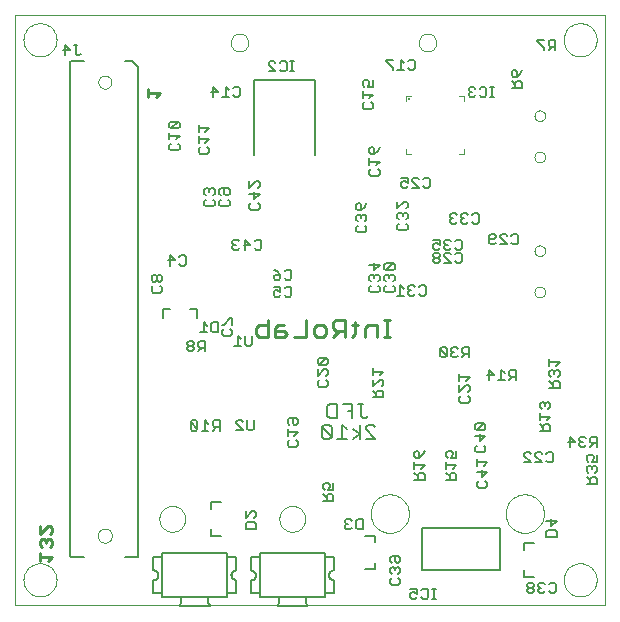
<source format=gbo>
G75*
G70*
%OFA0B0*%
%FSLAX24Y24*%
%IPPOS*%
%LPD*%
%AMOC8*
5,1,8,0,0,1.08239X$1,22.5*
%
%ADD10C,0.0000*%
%ADD11C,0.0080*%
%ADD12C,0.0110*%
%ADD13C,0.0050*%
%ADD14C,0.0118*%
%ADD15C,0.0040*%
%ADD16C,0.0060*%
%ADD17C,0.0100*%
%ADD18C,0.0079*%
D10*
X000655Y001320D02*
X000655Y021005D01*
X020340Y021005D01*
X020340Y001320D01*
X000655Y001320D01*
X000945Y002161D02*
X000947Y002208D01*
X000953Y002254D01*
X000963Y002300D01*
X000976Y002345D01*
X000994Y002388D01*
X001015Y002430D01*
X001039Y002470D01*
X001067Y002507D01*
X001098Y002542D01*
X001132Y002575D01*
X001168Y002604D01*
X001207Y002630D01*
X001248Y002653D01*
X001291Y002672D01*
X001335Y002688D01*
X001380Y002700D01*
X001426Y002708D01*
X001473Y002712D01*
X001519Y002712D01*
X001566Y002708D01*
X001612Y002700D01*
X001657Y002688D01*
X001701Y002672D01*
X001744Y002653D01*
X001785Y002630D01*
X001824Y002604D01*
X001860Y002575D01*
X001894Y002542D01*
X001925Y002507D01*
X001953Y002470D01*
X001977Y002430D01*
X001998Y002388D01*
X002016Y002345D01*
X002029Y002300D01*
X002039Y002254D01*
X002045Y002208D01*
X002047Y002161D01*
X002045Y002114D01*
X002039Y002068D01*
X002029Y002022D01*
X002016Y001977D01*
X001998Y001934D01*
X001977Y001892D01*
X001953Y001852D01*
X001925Y001815D01*
X001894Y001780D01*
X001860Y001747D01*
X001824Y001718D01*
X001785Y001692D01*
X001744Y001669D01*
X001701Y001650D01*
X001657Y001634D01*
X001612Y001622D01*
X001566Y001614D01*
X001519Y001610D01*
X001473Y001610D01*
X001426Y001614D01*
X001380Y001622D01*
X001335Y001634D01*
X001291Y001650D01*
X001248Y001669D01*
X001207Y001692D01*
X001168Y001718D01*
X001132Y001747D01*
X001098Y001780D01*
X001067Y001815D01*
X001039Y001852D01*
X001015Y001892D01*
X000994Y001934D01*
X000976Y001977D01*
X000963Y002022D01*
X000953Y002068D01*
X000947Y002114D01*
X000945Y002161D01*
X003419Y003636D02*
X003421Y003666D01*
X003427Y003696D01*
X003436Y003725D01*
X003449Y003752D01*
X003466Y003777D01*
X003485Y003800D01*
X003508Y003821D01*
X003533Y003838D01*
X003559Y003852D01*
X003588Y003862D01*
X003617Y003869D01*
X003647Y003872D01*
X003678Y003871D01*
X003708Y003866D01*
X003737Y003857D01*
X003764Y003845D01*
X003790Y003830D01*
X003814Y003811D01*
X003835Y003789D01*
X003853Y003765D01*
X003868Y003738D01*
X003879Y003710D01*
X003887Y003681D01*
X003891Y003651D01*
X003891Y003621D01*
X003887Y003591D01*
X003879Y003562D01*
X003868Y003534D01*
X003853Y003507D01*
X003835Y003483D01*
X003814Y003461D01*
X003790Y003442D01*
X003764Y003427D01*
X003737Y003415D01*
X003708Y003406D01*
X003678Y003401D01*
X003647Y003400D01*
X003617Y003403D01*
X003588Y003410D01*
X003559Y003420D01*
X003533Y003434D01*
X003508Y003451D01*
X003485Y003472D01*
X003466Y003495D01*
X003449Y003520D01*
X003436Y003547D01*
X003427Y003576D01*
X003421Y003606D01*
X003419Y003636D01*
X005472Y004198D02*
X005474Y004239D01*
X005480Y004280D01*
X005490Y004320D01*
X005503Y004359D01*
X005520Y004396D01*
X005541Y004432D01*
X005565Y004466D01*
X005592Y004497D01*
X005621Y004525D01*
X005654Y004551D01*
X005688Y004573D01*
X005725Y004592D01*
X005763Y004607D01*
X005803Y004619D01*
X005843Y004627D01*
X005884Y004631D01*
X005926Y004631D01*
X005967Y004627D01*
X006007Y004619D01*
X006047Y004607D01*
X006085Y004592D01*
X006121Y004573D01*
X006156Y004551D01*
X006189Y004525D01*
X006218Y004497D01*
X006245Y004466D01*
X006269Y004432D01*
X006290Y004396D01*
X006307Y004359D01*
X006320Y004320D01*
X006330Y004280D01*
X006336Y004239D01*
X006338Y004198D01*
X006336Y004157D01*
X006330Y004116D01*
X006320Y004076D01*
X006307Y004037D01*
X006290Y004000D01*
X006269Y003964D01*
X006245Y003930D01*
X006218Y003899D01*
X006189Y003871D01*
X006156Y003845D01*
X006122Y003823D01*
X006085Y003804D01*
X006047Y003789D01*
X006007Y003777D01*
X005967Y003769D01*
X005926Y003765D01*
X005884Y003765D01*
X005843Y003769D01*
X005803Y003777D01*
X005763Y003789D01*
X005725Y003804D01*
X005689Y003823D01*
X005654Y003845D01*
X005621Y003871D01*
X005592Y003899D01*
X005565Y003930D01*
X005541Y003964D01*
X005520Y004000D01*
X005503Y004037D01*
X005490Y004076D01*
X005480Y004116D01*
X005474Y004157D01*
X005472Y004198D01*
X009472Y004198D02*
X009474Y004239D01*
X009480Y004280D01*
X009490Y004320D01*
X009503Y004359D01*
X009520Y004396D01*
X009541Y004432D01*
X009565Y004466D01*
X009592Y004497D01*
X009621Y004525D01*
X009654Y004551D01*
X009688Y004573D01*
X009725Y004592D01*
X009763Y004607D01*
X009803Y004619D01*
X009843Y004627D01*
X009884Y004631D01*
X009926Y004631D01*
X009967Y004627D01*
X010007Y004619D01*
X010047Y004607D01*
X010085Y004592D01*
X010121Y004573D01*
X010156Y004551D01*
X010189Y004525D01*
X010218Y004497D01*
X010245Y004466D01*
X010269Y004432D01*
X010290Y004396D01*
X010307Y004359D01*
X010320Y004320D01*
X010330Y004280D01*
X010336Y004239D01*
X010338Y004198D01*
X010336Y004157D01*
X010330Y004116D01*
X010320Y004076D01*
X010307Y004037D01*
X010290Y004000D01*
X010269Y003964D01*
X010245Y003930D01*
X010218Y003899D01*
X010189Y003871D01*
X010156Y003845D01*
X010122Y003823D01*
X010085Y003804D01*
X010047Y003789D01*
X010007Y003777D01*
X009967Y003769D01*
X009926Y003765D01*
X009884Y003765D01*
X009843Y003769D01*
X009803Y003777D01*
X009763Y003789D01*
X009725Y003804D01*
X009689Y003823D01*
X009654Y003845D01*
X009621Y003871D01*
X009592Y003899D01*
X009565Y003930D01*
X009541Y003964D01*
X009520Y004000D01*
X009503Y004037D01*
X009490Y004076D01*
X009480Y004116D01*
X009474Y004157D01*
X009472Y004198D01*
X012515Y004370D02*
X012517Y004420D01*
X012523Y004470D01*
X012533Y004519D01*
X012546Y004568D01*
X012564Y004615D01*
X012585Y004661D01*
X012609Y004704D01*
X012637Y004746D01*
X012668Y004786D01*
X012702Y004823D01*
X012739Y004857D01*
X012779Y004888D01*
X012821Y004916D01*
X012864Y004940D01*
X012910Y004961D01*
X012957Y004979D01*
X013006Y004992D01*
X013055Y005002D01*
X013105Y005008D01*
X013155Y005010D01*
X013205Y005008D01*
X013255Y005002D01*
X013304Y004992D01*
X013353Y004979D01*
X013400Y004961D01*
X013446Y004940D01*
X013489Y004916D01*
X013531Y004888D01*
X013571Y004857D01*
X013608Y004823D01*
X013642Y004786D01*
X013673Y004746D01*
X013701Y004704D01*
X013725Y004661D01*
X013746Y004615D01*
X013764Y004568D01*
X013777Y004519D01*
X013787Y004470D01*
X013793Y004420D01*
X013795Y004370D01*
X013793Y004320D01*
X013787Y004270D01*
X013777Y004221D01*
X013764Y004172D01*
X013746Y004125D01*
X013725Y004079D01*
X013701Y004036D01*
X013673Y003994D01*
X013642Y003954D01*
X013608Y003917D01*
X013571Y003883D01*
X013531Y003852D01*
X013489Y003824D01*
X013446Y003800D01*
X013400Y003779D01*
X013353Y003761D01*
X013304Y003748D01*
X013255Y003738D01*
X013205Y003732D01*
X013155Y003730D01*
X013105Y003732D01*
X013055Y003738D01*
X013006Y003748D01*
X012957Y003761D01*
X012910Y003779D01*
X012864Y003800D01*
X012821Y003824D01*
X012779Y003852D01*
X012739Y003883D01*
X012702Y003917D01*
X012668Y003954D01*
X012637Y003994D01*
X012609Y004036D01*
X012585Y004079D01*
X012564Y004125D01*
X012546Y004172D01*
X012533Y004221D01*
X012523Y004270D01*
X012517Y004320D01*
X012515Y004370D01*
X017015Y004370D02*
X017017Y004420D01*
X017023Y004470D01*
X017033Y004519D01*
X017046Y004568D01*
X017064Y004615D01*
X017085Y004661D01*
X017109Y004704D01*
X017137Y004746D01*
X017168Y004786D01*
X017202Y004823D01*
X017239Y004857D01*
X017279Y004888D01*
X017321Y004916D01*
X017364Y004940D01*
X017410Y004961D01*
X017457Y004979D01*
X017506Y004992D01*
X017555Y005002D01*
X017605Y005008D01*
X017655Y005010D01*
X017705Y005008D01*
X017755Y005002D01*
X017804Y004992D01*
X017853Y004979D01*
X017900Y004961D01*
X017946Y004940D01*
X017989Y004916D01*
X018031Y004888D01*
X018071Y004857D01*
X018108Y004823D01*
X018142Y004786D01*
X018173Y004746D01*
X018201Y004704D01*
X018225Y004661D01*
X018246Y004615D01*
X018264Y004568D01*
X018277Y004519D01*
X018287Y004470D01*
X018293Y004420D01*
X018295Y004370D01*
X018293Y004320D01*
X018287Y004270D01*
X018277Y004221D01*
X018264Y004172D01*
X018246Y004125D01*
X018225Y004079D01*
X018201Y004036D01*
X018173Y003994D01*
X018142Y003954D01*
X018108Y003917D01*
X018071Y003883D01*
X018031Y003852D01*
X017989Y003824D01*
X017946Y003800D01*
X017900Y003779D01*
X017853Y003761D01*
X017804Y003748D01*
X017755Y003738D01*
X017705Y003732D01*
X017655Y003730D01*
X017605Y003732D01*
X017555Y003738D01*
X017506Y003748D01*
X017457Y003761D01*
X017410Y003779D01*
X017364Y003800D01*
X017321Y003824D01*
X017279Y003852D01*
X017239Y003883D01*
X017202Y003917D01*
X017168Y003954D01*
X017137Y003994D01*
X017109Y004036D01*
X017085Y004079D01*
X017064Y004125D01*
X017046Y004172D01*
X017033Y004221D01*
X017023Y004270D01*
X017017Y004320D01*
X017015Y004370D01*
X018949Y002161D02*
X018951Y002208D01*
X018957Y002254D01*
X018967Y002300D01*
X018980Y002345D01*
X018998Y002388D01*
X019019Y002430D01*
X019043Y002470D01*
X019071Y002507D01*
X019102Y002542D01*
X019136Y002575D01*
X019172Y002604D01*
X019211Y002630D01*
X019252Y002653D01*
X019295Y002672D01*
X019339Y002688D01*
X019384Y002700D01*
X019430Y002708D01*
X019477Y002712D01*
X019523Y002712D01*
X019570Y002708D01*
X019616Y002700D01*
X019661Y002688D01*
X019705Y002672D01*
X019748Y002653D01*
X019789Y002630D01*
X019828Y002604D01*
X019864Y002575D01*
X019898Y002542D01*
X019929Y002507D01*
X019957Y002470D01*
X019981Y002430D01*
X020002Y002388D01*
X020020Y002345D01*
X020033Y002300D01*
X020043Y002254D01*
X020049Y002208D01*
X020051Y002161D01*
X020049Y002114D01*
X020043Y002068D01*
X020033Y002022D01*
X020020Y001977D01*
X020002Y001934D01*
X019981Y001892D01*
X019957Y001852D01*
X019929Y001815D01*
X019898Y001780D01*
X019864Y001747D01*
X019828Y001718D01*
X019789Y001692D01*
X019748Y001669D01*
X019705Y001650D01*
X019661Y001634D01*
X019616Y001622D01*
X019570Y001614D01*
X019523Y001610D01*
X019477Y001610D01*
X019430Y001614D01*
X019384Y001622D01*
X019339Y001634D01*
X019295Y001650D01*
X019252Y001669D01*
X019211Y001692D01*
X019172Y001718D01*
X019136Y001747D01*
X019102Y001780D01*
X019071Y001815D01*
X019043Y001852D01*
X019019Y001892D01*
X018998Y001934D01*
X018980Y001977D01*
X018967Y002022D01*
X018957Y002068D01*
X018951Y002114D01*
X018949Y002161D01*
X017978Y011756D02*
X017980Y011782D01*
X017986Y011808D01*
X017996Y011833D01*
X018009Y011856D01*
X018025Y011876D01*
X018045Y011894D01*
X018067Y011909D01*
X018090Y011921D01*
X018116Y011929D01*
X018142Y011933D01*
X018168Y011933D01*
X018194Y011929D01*
X018220Y011921D01*
X018244Y011909D01*
X018265Y011894D01*
X018285Y011876D01*
X018301Y011856D01*
X018314Y011833D01*
X018324Y011808D01*
X018330Y011782D01*
X018332Y011756D01*
X018330Y011730D01*
X018324Y011704D01*
X018314Y011679D01*
X018301Y011656D01*
X018285Y011636D01*
X018265Y011618D01*
X018243Y011603D01*
X018220Y011591D01*
X018194Y011583D01*
X018168Y011579D01*
X018142Y011579D01*
X018116Y011583D01*
X018090Y011591D01*
X018066Y011603D01*
X018045Y011618D01*
X018025Y011636D01*
X018009Y011656D01*
X017996Y011679D01*
X017986Y011704D01*
X017980Y011730D01*
X017978Y011756D01*
X017978Y013134D02*
X017980Y013160D01*
X017986Y013186D01*
X017996Y013211D01*
X018009Y013234D01*
X018025Y013254D01*
X018045Y013272D01*
X018067Y013287D01*
X018090Y013299D01*
X018116Y013307D01*
X018142Y013311D01*
X018168Y013311D01*
X018194Y013307D01*
X018220Y013299D01*
X018244Y013287D01*
X018265Y013272D01*
X018285Y013254D01*
X018301Y013234D01*
X018314Y013211D01*
X018324Y013186D01*
X018330Y013160D01*
X018332Y013134D01*
X018330Y013108D01*
X018324Y013082D01*
X018314Y013057D01*
X018301Y013034D01*
X018285Y013014D01*
X018265Y012996D01*
X018243Y012981D01*
X018220Y012969D01*
X018194Y012961D01*
X018168Y012957D01*
X018142Y012957D01*
X018116Y012961D01*
X018090Y012969D01*
X018066Y012981D01*
X018045Y012996D01*
X018025Y013014D01*
X018009Y013034D01*
X017996Y013057D01*
X017986Y013082D01*
X017980Y013108D01*
X017978Y013134D01*
X017978Y016256D02*
X017980Y016282D01*
X017986Y016308D01*
X017996Y016333D01*
X018009Y016356D01*
X018025Y016376D01*
X018045Y016394D01*
X018067Y016409D01*
X018090Y016421D01*
X018116Y016429D01*
X018142Y016433D01*
X018168Y016433D01*
X018194Y016429D01*
X018220Y016421D01*
X018244Y016409D01*
X018265Y016394D01*
X018285Y016376D01*
X018301Y016356D01*
X018314Y016333D01*
X018324Y016308D01*
X018330Y016282D01*
X018332Y016256D01*
X018330Y016230D01*
X018324Y016204D01*
X018314Y016179D01*
X018301Y016156D01*
X018285Y016136D01*
X018265Y016118D01*
X018243Y016103D01*
X018220Y016091D01*
X018194Y016083D01*
X018168Y016079D01*
X018142Y016079D01*
X018116Y016083D01*
X018090Y016091D01*
X018066Y016103D01*
X018045Y016118D01*
X018025Y016136D01*
X018009Y016156D01*
X017996Y016179D01*
X017986Y016204D01*
X017980Y016230D01*
X017978Y016256D01*
X017978Y017634D02*
X017980Y017660D01*
X017986Y017686D01*
X017996Y017711D01*
X018009Y017734D01*
X018025Y017754D01*
X018045Y017772D01*
X018067Y017787D01*
X018090Y017799D01*
X018116Y017807D01*
X018142Y017811D01*
X018168Y017811D01*
X018194Y017807D01*
X018220Y017799D01*
X018244Y017787D01*
X018265Y017772D01*
X018285Y017754D01*
X018301Y017734D01*
X018314Y017711D01*
X018324Y017686D01*
X018330Y017660D01*
X018332Y017634D01*
X018330Y017608D01*
X018324Y017582D01*
X018314Y017557D01*
X018301Y017534D01*
X018285Y017514D01*
X018265Y017496D01*
X018243Y017481D01*
X018220Y017469D01*
X018194Y017461D01*
X018168Y017457D01*
X018142Y017457D01*
X018116Y017461D01*
X018090Y017469D01*
X018066Y017481D01*
X018045Y017496D01*
X018025Y017514D01*
X018009Y017534D01*
X017996Y017557D01*
X017986Y017582D01*
X017980Y017608D01*
X017978Y017634D01*
X018949Y020165D02*
X018951Y020212D01*
X018957Y020258D01*
X018967Y020304D01*
X018980Y020349D01*
X018998Y020392D01*
X019019Y020434D01*
X019043Y020474D01*
X019071Y020511D01*
X019102Y020546D01*
X019136Y020579D01*
X019172Y020608D01*
X019211Y020634D01*
X019252Y020657D01*
X019295Y020676D01*
X019339Y020692D01*
X019384Y020704D01*
X019430Y020712D01*
X019477Y020716D01*
X019523Y020716D01*
X019570Y020712D01*
X019616Y020704D01*
X019661Y020692D01*
X019705Y020676D01*
X019748Y020657D01*
X019789Y020634D01*
X019828Y020608D01*
X019864Y020579D01*
X019898Y020546D01*
X019929Y020511D01*
X019957Y020474D01*
X019981Y020434D01*
X020002Y020392D01*
X020020Y020349D01*
X020033Y020304D01*
X020043Y020258D01*
X020049Y020212D01*
X020051Y020165D01*
X020049Y020118D01*
X020043Y020072D01*
X020033Y020026D01*
X020020Y019981D01*
X020002Y019938D01*
X019981Y019896D01*
X019957Y019856D01*
X019929Y019819D01*
X019898Y019784D01*
X019864Y019751D01*
X019828Y019722D01*
X019789Y019696D01*
X019748Y019673D01*
X019705Y019654D01*
X019661Y019638D01*
X019616Y019626D01*
X019570Y019618D01*
X019523Y019614D01*
X019477Y019614D01*
X019430Y019618D01*
X019384Y019626D01*
X019339Y019638D01*
X019295Y019654D01*
X019252Y019673D01*
X019211Y019696D01*
X019172Y019722D01*
X019136Y019751D01*
X019102Y019784D01*
X019071Y019819D01*
X019043Y019856D01*
X019019Y019896D01*
X018998Y019938D01*
X018980Y019981D01*
X018967Y020026D01*
X018957Y020072D01*
X018951Y020118D01*
X018949Y020165D01*
X014119Y020073D02*
X014121Y020107D01*
X014127Y020141D01*
X014137Y020174D01*
X014150Y020205D01*
X014168Y020235D01*
X014188Y020263D01*
X014212Y020288D01*
X014238Y020310D01*
X014266Y020328D01*
X014297Y020344D01*
X014329Y020356D01*
X014363Y020364D01*
X014397Y020368D01*
X014431Y020368D01*
X014465Y020364D01*
X014499Y020356D01*
X014531Y020344D01*
X014561Y020328D01*
X014590Y020310D01*
X014616Y020288D01*
X014640Y020263D01*
X014660Y020235D01*
X014678Y020205D01*
X014691Y020174D01*
X014701Y020141D01*
X014707Y020107D01*
X014709Y020073D01*
X014707Y020039D01*
X014701Y020005D01*
X014691Y019972D01*
X014678Y019941D01*
X014660Y019911D01*
X014640Y019883D01*
X014616Y019858D01*
X014590Y019836D01*
X014562Y019818D01*
X014531Y019802D01*
X014499Y019790D01*
X014465Y019782D01*
X014431Y019778D01*
X014397Y019778D01*
X014363Y019782D01*
X014329Y019790D01*
X014297Y019802D01*
X014266Y019818D01*
X014238Y019836D01*
X014212Y019858D01*
X014188Y019883D01*
X014168Y019911D01*
X014150Y019941D01*
X014137Y019972D01*
X014127Y020005D01*
X014121Y020039D01*
X014119Y020073D01*
X007851Y020073D02*
X007853Y020107D01*
X007859Y020141D01*
X007869Y020174D01*
X007882Y020205D01*
X007900Y020235D01*
X007920Y020263D01*
X007944Y020288D01*
X007970Y020310D01*
X007998Y020328D01*
X008029Y020344D01*
X008061Y020356D01*
X008095Y020364D01*
X008129Y020368D01*
X008163Y020368D01*
X008197Y020364D01*
X008231Y020356D01*
X008263Y020344D01*
X008293Y020328D01*
X008322Y020310D01*
X008348Y020288D01*
X008372Y020263D01*
X008392Y020235D01*
X008410Y020205D01*
X008423Y020174D01*
X008433Y020141D01*
X008439Y020107D01*
X008441Y020073D01*
X008439Y020039D01*
X008433Y020005D01*
X008423Y019972D01*
X008410Y019941D01*
X008392Y019911D01*
X008372Y019883D01*
X008348Y019858D01*
X008322Y019836D01*
X008294Y019818D01*
X008263Y019802D01*
X008231Y019790D01*
X008197Y019782D01*
X008163Y019778D01*
X008129Y019778D01*
X008095Y019782D01*
X008061Y019790D01*
X008029Y019802D01*
X007998Y019818D01*
X007970Y019836D01*
X007944Y019858D01*
X007920Y019883D01*
X007900Y019911D01*
X007882Y019941D01*
X007869Y019972D01*
X007859Y020005D01*
X007853Y020039D01*
X007851Y020073D01*
X003438Y018754D02*
X003440Y018783D01*
X003446Y018811D01*
X003455Y018839D01*
X003468Y018865D01*
X003485Y018888D01*
X003504Y018910D01*
X003526Y018929D01*
X003551Y018944D01*
X003577Y018957D01*
X003605Y018965D01*
X003633Y018970D01*
X003662Y018971D01*
X003691Y018968D01*
X003719Y018961D01*
X003746Y018951D01*
X003772Y018937D01*
X003795Y018920D01*
X003816Y018900D01*
X003834Y018877D01*
X003849Y018852D01*
X003860Y018825D01*
X003868Y018797D01*
X003872Y018768D01*
X003872Y018740D01*
X003868Y018711D01*
X003860Y018683D01*
X003849Y018656D01*
X003834Y018631D01*
X003816Y018608D01*
X003795Y018588D01*
X003772Y018571D01*
X003746Y018557D01*
X003719Y018547D01*
X003691Y018540D01*
X003662Y018537D01*
X003633Y018538D01*
X003605Y018543D01*
X003577Y018551D01*
X003551Y018564D01*
X003526Y018579D01*
X003504Y018598D01*
X003485Y018620D01*
X003468Y018643D01*
X003455Y018669D01*
X003446Y018697D01*
X003440Y018725D01*
X003438Y018754D01*
X000945Y020165D02*
X000947Y020212D01*
X000953Y020258D01*
X000963Y020304D01*
X000976Y020349D01*
X000994Y020392D01*
X001015Y020434D01*
X001039Y020474D01*
X001067Y020511D01*
X001098Y020546D01*
X001132Y020579D01*
X001168Y020608D01*
X001207Y020634D01*
X001248Y020657D01*
X001291Y020676D01*
X001335Y020692D01*
X001380Y020704D01*
X001426Y020712D01*
X001473Y020716D01*
X001519Y020716D01*
X001566Y020712D01*
X001612Y020704D01*
X001657Y020692D01*
X001701Y020676D01*
X001744Y020657D01*
X001785Y020634D01*
X001824Y020608D01*
X001860Y020579D01*
X001894Y020546D01*
X001925Y020511D01*
X001953Y020474D01*
X001977Y020434D01*
X001998Y020392D01*
X002016Y020349D01*
X002029Y020304D01*
X002039Y020258D01*
X002045Y020212D01*
X002047Y020165D01*
X002045Y020118D01*
X002039Y020072D01*
X002029Y020026D01*
X002016Y019981D01*
X001998Y019938D01*
X001977Y019896D01*
X001953Y019856D01*
X001925Y019819D01*
X001894Y019784D01*
X001860Y019751D01*
X001824Y019722D01*
X001785Y019696D01*
X001744Y019673D01*
X001701Y019654D01*
X001657Y019638D01*
X001612Y019626D01*
X001566Y019618D01*
X001519Y019614D01*
X001473Y019614D01*
X001426Y019618D01*
X001380Y019626D01*
X001335Y019638D01*
X001291Y019654D01*
X001248Y019673D01*
X001207Y019696D01*
X001168Y019722D01*
X001132Y019751D01*
X001098Y019784D01*
X001067Y019819D01*
X001039Y019856D01*
X001015Y019896D01*
X000994Y019938D01*
X000976Y019981D01*
X000963Y020026D01*
X000953Y020072D01*
X000947Y020118D01*
X000945Y020165D01*
D11*
X002513Y019463D02*
X002966Y019463D01*
X002506Y019443D02*
X002506Y002947D01*
X002513Y002928D02*
X002966Y002928D01*
X004344Y002928D02*
X004757Y002928D01*
X004765Y002947D02*
X004765Y019246D01*
X004561Y019463D02*
X004344Y019463D01*
X008631Y018810D02*
X008631Y016330D01*
X010679Y016330D02*
X010679Y018810D01*
X008631Y018810D01*
X011156Y008028D02*
X011396Y008028D01*
X011396Y007548D01*
X011156Y007548D01*
X011076Y007628D01*
X011076Y007948D01*
X011156Y008028D01*
X011592Y008028D02*
X011912Y008028D01*
X011912Y007548D01*
X011912Y007788D02*
X011752Y007788D01*
X012107Y008028D02*
X012268Y008028D01*
X012187Y008028D02*
X012187Y007628D01*
X012268Y007548D01*
X012348Y007548D01*
X012428Y007628D01*
X012437Y007341D02*
X012598Y007341D01*
X012678Y007261D01*
X012437Y007341D02*
X012357Y007261D01*
X012357Y007181D01*
X012678Y006860D01*
X012357Y006860D01*
X012162Y006860D02*
X012162Y007341D01*
X011922Y007181D02*
X012162Y007020D01*
X011922Y006860D01*
X011732Y006860D02*
X011412Y006860D01*
X011572Y006860D02*
X011572Y007341D01*
X011732Y007181D01*
X011217Y007261D02*
X011217Y006940D01*
X010896Y007261D01*
X010896Y006940D01*
X010976Y006860D01*
X011137Y006860D01*
X011217Y006940D01*
X011217Y007261D02*
X011137Y007341D01*
X010976Y007341D01*
X010896Y007261D01*
X014240Y003895D02*
X014240Y002495D01*
X016820Y002495D01*
X016820Y003895D01*
X014240Y003895D01*
D12*
X013163Y010250D02*
X012966Y010250D01*
X013064Y010250D02*
X013064Y010841D01*
X012966Y010841D02*
X013163Y010841D01*
X012733Y010644D02*
X012733Y010250D01*
X012733Y010644D02*
X012438Y010644D01*
X012339Y010546D01*
X012339Y010250D01*
X012088Y010644D02*
X011892Y010644D01*
X011990Y010742D02*
X011990Y010349D01*
X011892Y010250D01*
X011659Y010250D02*
X011659Y010841D01*
X011364Y010841D01*
X011265Y010742D01*
X011265Y010546D01*
X011364Y010447D01*
X011659Y010447D01*
X011462Y010447D02*
X011265Y010250D01*
X011014Y010349D02*
X011014Y010546D01*
X010916Y010644D01*
X010719Y010644D01*
X010621Y010546D01*
X010621Y010349D01*
X010719Y010250D01*
X010916Y010250D01*
X011014Y010349D01*
X010370Y010250D02*
X009976Y010250D01*
X009725Y010349D02*
X009627Y010447D01*
X009331Y010447D01*
X009331Y010546D02*
X009331Y010250D01*
X009627Y010250D01*
X009725Y010349D01*
X009627Y010644D02*
X009430Y010644D01*
X009331Y010546D01*
X009081Y010644D02*
X008785Y010644D01*
X008687Y010546D01*
X008687Y010349D01*
X008785Y010250D01*
X009081Y010250D01*
X009081Y010841D01*
X010370Y010841D02*
X010370Y010250D01*
D13*
X009905Y003049D02*
X008822Y003049D01*
X008822Y002911D01*
X008822Y001730D01*
X008822Y001592D01*
X009905Y001592D01*
X010988Y001592D01*
X010988Y001730D01*
X011283Y001730D01*
X011283Y002163D01*
X011260Y002165D01*
X011237Y002170D01*
X011215Y002179D01*
X011195Y002190D01*
X011176Y002205D01*
X011160Y002222D01*
X011147Y002241D01*
X011137Y002263D01*
X011130Y002285D01*
X011126Y002308D01*
X011126Y002332D01*
X011130Y002355D01*
X011137Y002377D01*
X011147Y002398D01*
X011160Y002418D01*
X011176Y002435D01*
X011195Y002450D01*
X011215Y002461D01*
X011237Y002470D01*
X011260Y002475D01*
X011283Y002477D01*
X011283Y002478D02*
X011283Y002911D01*
X010988Y002911D01*
X010988Y003049D01*
X009905Y003049D01*
X008822Y002911D02*
X008527Y002911D01*
X008527Y002478D01*
X008527Y002477D02*
X008552Y002475D01*
X008576Y002470D01*
X008599Y002460D01*
X008621Y002448D01*
X008641Y002432D01*
X008658Y002414D01*
X008672Y002393D01*
X008682Y002371D01*
X008690Y002347D01*
X008694Y002322D01*
X008694Y002298D01*
X008690Y002273D01*
X008682Y002249D01*
X008672Y002226D01*
X008658Y002206D01*
X008641Y002188D01*
X008621Y002172D01*
X008599Y002160D01*
X008576Y002150D01*
X008552Y002145D01*
X008527Y002143D01*
X008527Y001730D01*
X008822Y001730D01*
X009452Y001592D02*
X009452Y001395D01*
X009413Y001316D01*
X009413Y001277D01*
X010397Y001277D01*
X010397Y001316D01*
X010358Y001395D01*
X010358Y001592D01*
X009905Y001592D01*
X009452Y001592D01*
X008033Y001730D02*
X007738Y001730D01*
X007738Y001592D01*
X006655Y001592D01*
X005572Y001592D01*
X005572Y001730D01*
X005277Y001730D01*
X005277Y002143D01*
X005302Y002145D01*
X005326Y002150D01*
X005349Y002160D01*
X005371Y002172D01*
X005391Y002188D01*
X005408Y002206D01*
X005422Y002226D01*
X005432Y002249D01*
X005440Y002273D01*
X005444Y002298D01*
X005444Y002322D01*
X005440Y002347D01*
X005432Y002371D01*
X005422Y002393D01*
X005408Y002414D01*
X005391Y002432D01*
X005371Y002448D01*
X005349Y002460D01*
X005326Y002470D01*
X005302Y002475D01*
X005277Y002477D01*
X005277Y002478D02*
X005277Y002911D01*
X005572Y002911D01*
X005572Y003049D01*
X006655Y003049D01*
X007738Y003049D01*
X007738Y002911D01*
X007738Y001730D01*
X008033Y001730D02*
X008033Y002163D01*
X008010Y002165D01*
X007987Y002170D01*
X007965Y002179D01*
X007945Y002190D01*
X007926Y002205D01*
X007910Y002222D01*
X007897Y002241D01*
X007887Y002263D01*
X007880Y002285D01*
X007876Y002308D01*
X007876Y002332D01*
X007880Y002355D01*
X007887Y002377D01*
X007897Y002398D01*
X007910Y002418D01*
X007926Y002435D01*
X007945Y002450D01*
X007965Y002461D01*
X007987Y002470D01*
X008010Y002475D01*
X008033Y002477D01*
X008033Y002478D02*
X008033Y002911D01*
X007738Y002911D01*
X007108Y001592D02*
X006655Y001592D01*
X006202Y001592D01*
X006202Y001395D01*
X006163Y001316D01*
X006163Y001277D01*
X007147Y001277D01*
X007147Y001316D01*
X007108Y001395D01*
X007108Y001592D01*
X005572Y001730D02*
X005572Y002911D01*
X010988Y002911D02*
X010988Y001730D01*
D14*
X013799Y018177D03*
D15*
X013848Y018285D02*
X013691Y018285D01*
X013691Y018127D01*
X013691Y016513D02*
X013691Y016356D01*
X013848Y016356D01*
X015462Y016356D02*
X015620Y016356D01*
X015620Y016513D01*
X015620Y018127D02*
X015620Y018285D01*
X015462Y018285D01*
D16*
X015781Y018311D02*
X015781Y018368D01*
X015837Y018425D01*
X015894Y018425D01*
X015837Y018425D02*
X015781Y018482D01*
X015781Y018538D01*
X015837Y018595D01*
X015951Y018595D01*
X016007Y018538D01*
X016149Y018538D02*
X016206Y018595D01*
X016319Y018595D01*
X016376Y018538D01*
X016376Y018311D01*
X016319Y018255D01*
X016206Y018255D01*
X016149Y018311D01*
X016007Y018311D02*
X015951Y018255D01*
X015837Y018255D01*
X015781Y018311D01*
X016508Y018255D02*
X016621Y018255D01*
X016564Y018255D02*
X016564Y018595D01*
X016508Y018595D02*
X016621Y018595D01*
X017223Y018551D02*
X017563Y018551D01*
X017563Y018721D01*
X017506Y018778D01*
X017393Y018778D01*
X017336Y018721D01*
X017336Y018551D01*
X017336Y018665D02*
X017223Y018778D01*
X017279Y018920D02*
X017223Y018976D01*
X017223Y019090D01*
X017279Y019146D01*
X017336Y019146D01*
X017393Y019090D01*
X017393Y018920D01*
X017279Y018920D01*
X017393Y018920D02*
X017506Y019033D01*
X017563Y019146D01*
X018306Y019825D02*
X018306Y019882D01*
X018079Y020109D01*
X018079Y020166D01*
X018306Y020166D01*
X018447Y020109D02*
X018447Y019995D01*
X018504Y019939D01*
X018674Y019939D01*
X018561Y019939D02*
X018447Y019825D01*
X018674Y019825D02*
X018674Y020166D01*
X018504Y020166D01*
X018447Y020109D01*
X014443Y015566D02*
X014500Y015509D01*
X014500Y015282D01*
X014443Y015225D01*
X014330Y015225D01*
X014273Y015282D01*
X014132Y015225D02*
X013905Y015452D01*
X013905Y015509D01*
X013962Y015566D01*
X014075Y015566D01*
X014132Y015509D01*
X014273Y015509D02*
X014330Y015566D01*
X014443Y015566D01*
X014132Y015225D02*
X013905Y015225D01*
X013764Y015282D02*
X013707Y015225D01*
X013593Y015225D01*
X013537Y015282D01*
X013537Y015395D01*
X013593Y015452D01*
X013650Y015452D01*
X013764Y015395D01*
X013764Y015566D01*
X013537Y015566D01*
X013637Y014771D02*
X013694Y014771D01*
X013750Y014715D01*
X013750Y014601D01*
X013694Y014545D01*
X013694Y014403D02*
X013637Y014403D01*
X013580Y014346D01*
X013524Y014403D01*
X013467Y014403D01*
X013410Y014346D01*
X013410Y014233D01*
X013467Y014176D01*
X013467Y014035D02*
X013410Y013978D01*
X013410Y013865D01*
X013467Y013808D01*
X013694Y013808D01*
X013750Y013865D01*
X013750Y013978D01*
X013694Y014035D01*
X013694Y014176D02*
X013750Y014233D01*
X013750Y014346D01*
X013694Y014403D01*
X013580Y014346D02*
X013580Y014290D01*
X013410Y014545D02*
X013637Y014771D01*
X013410Y014771D02*
X013410Y014545D01*
X012756Y015620D02*
X012529Y015620D01*
X012473Y015677D01*
X012473Y015791D01*
X012529Y015847D01*
X012473Y015989D02*
X012473Y016216D01*
X012473Y016102D02*
X012813Y016102D01*
X012699Y015989D01*
X012756Y015847D02*
X012813Y015791D01*
X012813Y015677D01*
X012756Y015620D01*
X012643Y016357D02*
X012643Y016527D01*
X012586Y016584D01*
X012529Y016584D01*
X012473Y016527D01*
X012473Y016414D01*
X012529Y016357D01*
X012643Y016357D01*
X012756Y016470D01*
X012813Y016584D01*
X012531Y017850D02*
X012304Y017850D01*
X012248Y017907D01*
X012248Y018020D01*
X012304Y018077D01*
X012248Y018219D02*
X012248Y018445D01*
X012248Y018332D02*
X012588Y018332D01*
X012474Y018219D01*
X012531Y018077D02*
X012588Y018020D01*
X012588Y017907D01*
X012531Y017850D01*
X012588Y018587D02*
X012418Y018587D01*
X012474Y018700D01*
X012474Y018757D01*
X012418Y018814D01*
X012304Y018814D01*
X012248Y018757D01*
X012248Y018644D01*
X012304Y018587D01*
X012588Y018587D02*
X012588Y018814D01*
X013037Y019446D02*
X013264Y019219D01*
X013264Y019163D01*
X013405Y019163D02*
X013632Y019163D01*
X013518Y019163D02*
X013518Y019503D01*
X013632Y019390D01*
X013773Y019446D02*
X013830Y019503D01*
X013943Y019503D01*
X014000Y019446D01*
X014000Y019219D01*
X013943Y019163D01*
X013830Y019163D01*
X013773Y019219D01*
X013264Y019503D02*
X013037Y019503D01*
X013037Y019446D01*
X009959Y019453D02*
X009845Y019453D01*
X009902Y019453D02*
X009902Y019113D01*
X009959Y019113D02*
X009845Y019113D01*
X009713Y019169D02*
X009656Y019113D01*
X009543Y019113D01*
X009486Y019169D01*
X009345Y019113D02*
X009118Y019340D01*
X009118Y019396D01*
X009175Y019453D01*
X009288Y019453D01*
X009345Y019396D01*
X009486Y019396D02*
X009543Y019453D01*
X009656Y019453D01*
X009713Y019396D01*
X009713Y019169D01*
X009345Y019113D02*
X009118Y019113D01*
X008168Y018546D02*
X008168Y018320D01*
X008111Y018263D01*
X007997Y018263D01*
X007941Y018320D01*
X007799Y018263D02*
X007572Y018263D01*
X007686Y018263D02*
X007686Y018603D01*
X007799Y018490D01*
X007941Y018546D02*
X007997Y018603D01*
X008111Y018603D01*
X008168Y018546D01*
X007431Y018433D02*
X007204Y018433D01*
X007261Y018263D02*
X007261Y018603D01*
X007431Y018433D01*
X007125Y017220D02*
X006785Y017220D01*
X006785Y017107D02*
X006785Y017334D01*
X007012Y017107D02*
X007125Y017220D01*
X006785Y016966D02*
X006785Y016739D01*
X006785Y016852D02*
X007125Y016852D01*
X007012Y016739D01*
X007069Y016597D02*
X007125Y016541D01*
X007125Y016427D01*
X007069Y016370D01*
X006842Y016370D01*
X006785Y016427D01*
X006785Y016541D01*
X006842Y016597D01*
X006150Y016645D02*
X006150Y016532D01*
X006094Y016475D01*
X005867Y016475D01*
X005810Y016532D01*
X005810Y016645D01*
X005867Y016702D01*
X005810Y016844D02*
X005810Y017071D01*
X005810Y016957D02*
X006150Y016957D01*
X006037Y016844D01*
X006094Y016702D02*
X006150Y016645D01*
X006094Y017212D02*
X005867Y017212D01*
X006094Y017439D01*
X005867Y017439D01*
X005810Y017382D01*
X005810Y017269D01*
X005867Y017212D01*
X006094Y017212D02*
X006150Y017269D01*
X006150Y017382D01*
X006094Y017439D01*
X007029Y015209D02*
X006973Y015152D01*
X006973Y015039D01*
X007029Y014982D01*
X007029Y014841D02*
X006973Y014784D01*
X006973Y014670D01*
X007029Y014614D01*
X007256Y014614D01*
X007313Y014670D01*
X007313Y014784D01*
X007256Y014841D01*
X007256Y014982D02*
X007313Y015039D01*
X007313Y015152D01*
X007256Y015209D01*
X007199Y015209D01*
X007143Y015152D01*
X007086Y015209D01*
X007029Y015209D01*
X007143Y015152D02*
X007143Y015095D01*
X007473Y015039D02*
X007529Y014982D01*
X007473Y015039D02*
X007473Y015152D01*
X007529Y015209D01*
X007756Y015209D01*
X007813Y015152D01*
X007813Y015039D01*
X007756Y014982D01*
X007699Y014982D01*
X007643Y015039D01*
X007643Y015209D01*
X007756Y014841D02*
X007813Y014784D01*
X007813Y014670D01*
X007756Y014614D01*
X007529Y014614D01*
X007473Y014670D01*
X007473Y014784D01*
X007529Y014841D01*
X008473Y014666D02*
X008529Y014722D01*
X008473Y014666D02*
X008473Y014552D01*
X008529Y014495D01*
X008756Y014495D01*
X008813Y014552D01*
X008813Y014666D01*
X008756Y014722D01*
X008643Y014864D02*
X008643Y015091D01*
X008473Y015034D02*
X008813Y015034D01*
X008643Y014864D01*
X008756Y015232D02*
X008813Y015289D01*
X008813Y015402D01*
X008756Y015459D01*
X008699Y015459D01*
X008473Y015232D01*
X008473Y015459D01*
X008337Y013503D02*
X008507Y013333D01*
X008280Y013333D01*
X008337Y013163D02*
X008337Y013503D01*
X008139Y013446D02*
X008082Y013503D01*
X007968Y013503D01*
X007912Y013446D01*
X007912Y013390D01*
X007968Y013333D01*
X007912Y013276D01*
X007912Y013220D01*
X007968Y013163D01*
X008082Y013163D01*
X008139Y013220D01*
X008025Y013333D02*
X007968Y013333D01*
X008648Y013220D02*
X008705Y013163D01*
X008818Y013163D01*
X008875Y013220D01*
X008875Y013446D01*
X008818Y013503D01*
X008705Y013503D01*
X008648Y013446D01*
X009280Y012503D02*
X009393Y012446D01*
X009507Y012333D01*
X009337Y012333D01*
X009280Y012276D01*
X009280Y012219D01*
X009337Y012163D01*
X009450Y012163D01*
X009507Y012219D01*
X009507Y012333D01*
X009648Y012446D02*
X009705Y012503D01*
X009818Y012503D01*
X009875Y012446D01*
X009875Y012219D01*
X009818Y012163D01*
X009705Y012163D01*
X009648Y012219D01*
X009705Y011941D02*
X009818Y011941D01*
X009875Y011884D01*
X009875Y011657D01*
X009818Y011600D01*
X009705Y011600D01*
X009648Y011657D01*
X009507Y011657D02*
X009450Y011600D01*
X009337Y011600D01*
X009280Y011657D01*
X009280Y011770D01*
X009337Y011827D01*
X009393Y011827D01*
X009507Y011770D01*
X009507Y011941D01*
X009280Y011941D01*
X009648Y011884D02*
X009705Y011941D01*
X008563Y010303D02*
X008563Y010019D01*
X008506Y009963D01*
X008392Y009963D01*
X008336Y010019D01*
X008336Y010303D01*
X008194Y010190D02*
X008081Y010303D01*
X008081Y009963D01*
X008194Y009963D02*
X007967Y009963D01*
X007844Y010288D02*
X007617Y010288D01*
X007560Y010345D01*
X007560Y010458D01*
X007617Y010515D01*
X007617Y010656D02*
X007560Y010656D01*
X007617Y010656D02*
X007844Y010883D01*
X007900Y010883D01*
X007900Y010656D01*
X007844Y010515D02*
X007900Y010458D01*
X007900Y010345D01*
X007844Y010288D01*
X007438Y010413D02*
X007438Y010753D01*
X007267Y010753D01*
X007211Y010696D01*
X007211Y010470D01*
X007267Y010413D01*
X007438Y010413D01*
X007069Y010413D02*
X006842Y010413D01*
X006956Y010413D02*
X006956Y010753D01*
X007069Y010640D01*
X006715Y010885D02*
X006715Y011205D01*
X006495Y011205D01*
X005815Y011205D02*
X005595Y011205D01*
X005595Y010885D01*
X005506Y011739D02*
X005279Y011739D01*
X005223Y011795D01*
X005223Y011909D01*
X005279Y011966D01*
X005279Y012107D02*
X005336Y012107D01*
X005393Y012164D01*
X005393Y012277D01*
X005336Y012334D01*
X005279Y012334D01*
X005223Y012277D01*
X005223Y012164D01*
X005279Y012107D01*
X005393Y012164D02*
X005449Y012107D01*
X005506Y012107D01*
X005563Y012164D01*
X005563Y012277D01*
X005506Y012334D01*
X005449Y012334D01*
X005393Y012277D01*
X005506Y011966D02*
X005563Y011909D01*
X005563Y011795D01*
X005506Y011739D01*
X005823Y012638D02*
X005823Y012978D01*
X005993Y012808D01*
X005767Y012808D01*
X006135Y012921D02*
X006192Y012978D01*
X006305Y012978D01*
X006362Y012921D01*
X006362Y012695D01*
X006305Y012638D01*
X006192Y012638D01*
X006135Y012695D01*
X006462Y010128D02*
X006405Y010071D01*
X006405Y010015D01*
X006462Y009958D01*
X006575Y009958D01*
X006632Y010015D01*
X006632Y010071D01*
X006575Y010128D01*
X006462Y010128D01*
X006462Y009958D02*
X006405Y009901D01*
X006405Y009844D01*
X006462Y009788D01*
X006575Y009788D01*
X006632Y009844D01*
X006632Y009901D01*
X006575Y009958D01*
X006773Y009958D02*
X006773Y010071D01*
X006830Y010128D01*
X007000Y010128D01*
X007000Y009788D01*
X007000Y009901D02*
X006830Y009901D01*
X006773Y009958D01*
X006887Y009901D02*
X006773Y009788D01*
X006687Y007478D02*
X006573Y007478D01*
X006517Y007421D01*
X006743Y007195D01*
X006687Y007138D01*
X006573Y007138D01*
X006517Y007195D01*
X006517Y007421D01*
X006687Y007478D02*
X006743Y007421D01*
X006743Y007195D01*
X006885Y007138D02*
X007112Y007138D01*
X006998Y007138D02*
X006998Y007478D01*
X007112Y007365D01*
X007253Y007421D02*
X007253Y007308D01*
X007310Y007251D01*
X007480Y007251D01*
X007480Y007138D02*
X007480Y007478D01*
X007310Y007478D01*
X007253Y007421D01*
X007367Y007251D02*
X007253Y007138D01*
X008030Y007150D02*
X008257Y007150D01*
X008030Y007377D01*
X008030Y007434D01*
X008087Y007491D01*
X008200Y007491D01*
X008257Y007434D01*
X008398Y007491D02*
X008398Y007207D01*
X008455Y007150D01*
X008568Y007150D01*
X008625Y007207D01*
X008625Y007491D01*
X009748Y007507D02*
X009804Y007564D01*
X010031Y007564D01*
X010088Y007507D01*
X010088Y007394D01*
X010031Y007337D01*
X009974Y007337D01*
X009918Y007394D01*
X009918Y007564D01*
X009748Y007507D02*
X009748Y007394D01*
X009804Y007337D01*
X009748Y007195D02*
X009748Y006969D01*
X009748Y007082D02*
X010088Y007082D01*
X009974Y006969D01*
X010031Y006827D02*
X010088Y006770D01*
X010088Y006657D01*
X010031Y006600D01*
X009804Y006600D01*
X009748Y006657D01*
X009748Y006770D01*
X009804Y006827D01*
X010992Y005383D02*
X010935Y005326D01*
X010935Y005213D01*
X010992Y005156D01*
X011105Y005156D02*
X011162Y005270D01*
X011162Y005326D01*
X011105Y005383D01*
X010992Y005383D01*
X011105Y005156D02*
X011275Y005156D01*
X011275Y005383D01*
X011219Y005015D02*
X011105Y005015D01*
X011049Y004958D01*
X011049Y004788D01*
X011049Y004901D02*
X010935Y005015D01*
X010935Y004788D02*
X011275Y004788D01*
X011275Y004958D01*
X011219Y005015D01*
X011712Y004191D02*
X011655Y004134D01*
X011655Y004077D01*
X011712Y004020D01*
X011655Y003964D01*
X011655Y003907D01*
X011712Y003850D01*
X011825Y003850D01*
X011882Y003907D01*
X012023Y003907D02*
X012023Y004134D01*
X012080Y004191D01*
X012250Y004191D01*
X012250Y003850D01*
X012080Y003850D01*
X012023Y003907D01*
X011882Y004134D02*
X011825Y004191D01*
X011712Y004191D01*
X011712Y004020D02*
X011768Y004020D01*
X012345Y003630D02*
X012665Y003630D01*
X012665Y003410D01*
X013160Y002902D02*
X013217Y002959D01*
X013444Y002959D01*
X013500Y002902D01*
X013500Y002789D01*
X013444Y002732D01*
X013387Y002732D01*
X013330Y002789D01*
X013330Y002959D01*
X013160Y002902D02*
X013160Y002789D01*
X013217Y002732D01*
X013217Y002591D02*
X013160Y002534D01*
X013160Y002420D01*
X013217Y002364D01*
X013217Y002222D02*
X013160Y002166D01*
X013160Y002052D01*
X013217Y001995D01*
X013444Y001995D01*
X013500Y002052D01*
X013500Y002166D01*
X013444Y002222D01*
X013444Y002364D02*
X013500Y002420D01*
X013500Y002534D01*
X013444Y002591D01*
X013387Y002591D01*
X013330Y002534D01*
X013274Y002591D01*
X013217Y002591D01*
X013330Y002534D02*
X013330Y002477D01*
X012665Y002510D02*
X012665Y002730D01*
X012665Y002510D02*
X012345Y002510D01*
X013842Y001871D02*
X014068Y001871D01*
X014068Y001700D01*
X013955Y001757D01*
X013898Y001757D01*
X013842Y001700D01*
X013842Y001587D01*
X013898Y001530D01*
X014012Y001530D01*
X014068Y001587D01*
X014210Y001587D02*
X014267Y001530D01*
X014380Y001530D01*
X014437Y001587D01*
X014437Y001814D01*
X014380Y001871D01*
X014267Y001871D01*
X014210Y001814D01*
X014569Y001871D02*
X014682Y001871D01*
X014626Y001871D02*
X014626Y001530D01*
X014682Y001530D02*
X014569Y001530D01*
X017645Y002260D02*
X017645Y002480D01*
X017645Y002260D02*
X017965Y002260D01*
X017894Y002066D02*
X017781Y002066D01*
X017724Y002009D01*
X017724Y001952D01*
X017781Y001895D01*
X017894Y001895D01*
X017951Y001952D01*
X017951Y002009D01*
X017894Y002066D01*
X017894Y001895D02*
X017951Y001839D01*
X017951Y001782D01*
X017894Y001725D01*
X017781Y001725D01*
X017724Y001782D01*
X017724Y001839D01*
X017781Y001895D01*
X018092Y001839D02*
X018092Y001782D01*
X018149Y001725D01*
X018263Y001725D01*
X018319Y001782D01*
X018461Y001782D02*
X018518Y001725D01*
X018631Y001725D01*
X018688Y001782D01*
X018688Y002009D01*
X018631Y002066D01*
X018518Y002066D01*
X018461Y002009D01*
X018319Y002009D02*
X018263Y002066D01*
X018149Y002066D01*
X018092Y002009D01*
X018092Y001952D01*
X018149Y001895D01*
X018092Y001839D01*
X018149Y001895D02*
X018206Y001895D01*
X017645Y003160D02*
X017645Y003380D01*
X017965Y003380D01*
X018373Y003600D02*
X018373Y003770D01*
X018429Y003827D01*
X018656Y003827D01*
X018713Y003770D01*
X018713Y003600D01*
X018373Y003600D01*
X018543Y003969D02*
X018543Y004195D01*
X018373Y004139D02*
X018713Y004139D01*
X018543Y003969D01*
X019723Y005370D02*
X020063Y005370D01*
X020063Y005541D01*
X020006Y005597D01*
X019893Y005597D01*
X019836Y005541D01*
X019836Y005370D01*
X019836Y005484D02*
X019723Y005597D01*
X019779Y005739D02*
X019723Y005795D01*
X019723Y005909D01*
X019779Y005966D01*
X019836Y005966D01*
X019893Y005909D01*
X019893Y005852D01*
X019893Y005909D02*
X019949Y005966D01*
X020006Y005966D01*
X020063Y005909D01*
X020063Y005795D01*
X020006Y005739D01*
X020063Y006107D02*
X019893Y006107D01*
X019949Y006220D01*
X019949Y006277D01*
X019893Y006334D01*
X019779Y006334D01*
X019723Y006277D01*
X019723Y006164D01*
X019779Y006107D01*
X020063Y006107D02*
X020063Y006334D01*
X020063Y006600D02*
X020063Y006941D01*
X019892Y006941D01*
X019836Y006884D01*
X019836Y006770D01*
X019892Y006714D01*
X020063Y006714D01*
X019949Y006714D02*
X019836Y006600D01*
X019694Y006657D02*
X019638Y006600D01*
X019524Y006600D01*
X019467Y006657D01*
X019467Y006714D01*
X019524Y006770D01*
X019581Y006770D01*
X019524Y006770D02*
X019467Y006827D01*
X019467Y006884D01*
X019524Y006941D01*
X019638Y006941D01*
X019694Y006884D01*
X019326Y006770D02*
X019099Y006770D01*
X019156Y006600D02*
X019156Y006941D01*
X019326Y006770D01*
X018605Y006359D02*
X018605Y006132D01*
X018548Y006075D01*
X018435Y006075D01*
X018378Y006132D01*
X018237Y006075D02*
X018010Y006302D01*
X018010Y006359D01*
X018067Y006416D01*
X018180Y006416D01*
X018237Y006359D01*
X018378Y006359D02*
X018435Y006416D01*
X018548Y006416D01*
X018605Y006359D01*
X018237Y006075D02*
X018010Y006075D01*
X017868Y006075D02*
X017642Y006302D01*
X017642Y006359D01*
X017698Y006416D01*
X017812Y006416D01*
X017868Y006359D01*
X017868Y006075D02*
X017642Y006075D01*
X018160Y007120D02*
X018500Y007120D01*
X018500Y007291D01*
X018444Y007347D01*
X018330Y007347D01*
X018274Y007291D01*
X018274Y007120D01*
X018274Y007234D02*
X018160Y007347D01*
X018160Y007489D02*
X018160Y007716D01*
X018160Y007602D02*
X018500Y007602D01*
X018387Y007489D01*
X018444Y007857D02*
X018500Y007914D01*
X018500Y008027D01*
X018444Y008084D01*
X018387Y008084D01*
X018330Y008027D01*
X018274Y008084D01*
X018217Y008084D01*
X018160Y008027D01*
X018160Y007914D01*
X018217Y007857D01*
X018330Y007970D02*
X018330Y008027D01*
X018473Y008558D02*
X018813Y008558D01*
X018813Y008728D01*
X018756Y008785D01*
X018643Y008785D01*
X018586Y008728D01*
X018586Y008558D01*
X018586Y008671D02*
X018473Y008785D01*
X018529Y008926D02*
X018473Y008983D01*
X018473Y009096D01*
X018529Y009153D01*
X018586Y009153D01*
X018643Y009096D01*
X018643Y009040D01*
X018643Y009096D02*
X018699Y009153D01*
X018756Y009153D01*
X018813Y009096D01*
X018813Y008983D01*
X018756Y008926D01*
X018699Y009295D02*
X018813Y009408D01*
X018473Y009408D01*
X018473Y009295D02*
X018473Y009521D01*
X017355Y009166D02*
X017355Y008825D01*
X017355Y008939D02*
X017185Y008939D01*
X017128Y008995D01*
X017128Y009109D01*
X017185Y009166D01*
X017355Y009166D01*
X017242Y008939D02*
X017128Y008825D01*
X016987Y008825D02*
X016760Y008825D01*
X016873Y008825D02*
X016873Y009166D01*
X016987Y009052D01*
X016618Y008995D02*
X016392Y008995D01*
X016448Y008825D02*
X016448Y009166D01*
X016618Y008995D01*
X015813Y008908D02*
X015473Y008908D01*
X015473Y008795D02*
X015473Y009021D01*
X015699Y008795D02*
X015813Y008908D01*
X015756Y008653D02*
X015813Y008596D01*
X015813Y008483D01*
X015756Y008426D01*
X015756Y008285D02*
X015813Y008228D01*
X015813Y008115D01*
X015756Y008058D01*
X015529Y008058D01*
X015473Y008115D01*
X015473Y008228D01*
X015529Y008285D01*
X015473Y008426D02*
X015699Y008653D01*
X015756Y008653D01*
X015473Y008653D02*
X015473Y008426D01*
X015566Y009575D02*
X015679Y009689D01*
X015622Y009689D02*
X015793Y009689D01*
X015793Y009575D02*
X015793Y009916D01*
X015622Y009916D01*
X015566Y009859D01*
X015566Y009745D01*
X015622Y009689D01*
X015424Y009632D02*
X015368Y009575D01*
X015254Y009575D01*
X015197Y009632D01*
X015197Y009689D01*
X015254Y009745D01*
X015311Y009745D01*
X015254Y009745D02*
X015197Y009802D01*
X015197Y009859D01*
X015254Y009916D01*
X015368Y009916D01*
X015424Y009859D01*
X015056Y009859D02*
X015056Y009632D01*
X014829Y009859D01*
X014829Y009632D01*
X014886Y009575D01*
X014999Y009575D01*
X015056Y009632D01*
X015056Y009859D02*
X014999Y009916D01*
X014886Y009916D01*
X014829Y009859D01*
X014298Y011638D02*
X014185Y011638D01*
X014128Y011695D01*
X013987Y011695D02*
X013930Y011638D01*
X013817Y011638D01*
X013760Y011695D01*
X013760Y011751D01*
X013817Y011808D01*
X013873Y011808D01*
X013817Y011808D02*
X013760Y011865D01*
X013760Y011921D01*
X013817Y011978D01*
X013930Y011978D01*
X013987Y011921D01*
X014128Y011921D02*
X014185Y011978D01*
X014298Y011978D01*
X014355Y011921D01*
X014355Y011695D01*
X014298Y011638D01*
X013618Y011638D02*
X013392Y011638D01*
X013505Y011638D02*
X013505Y011978D01*
X013618Y011865D01*
X013313Y011916D02*
X013313Y011802D01*
X013256Y011745D01*
X013029Y011745D01*
X012973Y011802D01*
X012973Y011916D01*
X013029Y011972D01*
X013029Y012114D02*
X012973Y012170D01*
X012973Y012284D01*
X013029Y012341D01*
X013086Y012341D01*
X013143Y012284D01*
X013143Y012227D01*
X013143Y012284D02*
X013199Y012341D01*
X013256Y012341D01*
X013313Y012284D01*
X013313Y012170D01*
X013256Y012114D01*
X013256Y011972D02*
X013313Y011916D01*
X013256Y012482D02*
X013029Y012482D01*
X013256Y012709D01*
X013029Y012709D01*
X012973Y012652D01*
X012973Y012539D01*
X013029Y012482D01*
X013256Y012482D02*
X013313Y012539D01*
X013313Y012652D01*
X013256Y012709D01*
X012813Y012652D02*
X012643Y012482D01*
X012643Y012709D01*
X012473Y012652D02*
X012813Y012652D01*
X012756Y012341D02*
X012699Y012341D01*
X012643Y012284D01*
X012586Y012341D01*
X012529Y012341D01*
X012473Y012284D01*
X012473Y012170D01*
X012529Y012114D01*
X012529Y011972D02*
X012473Y011916D01*
X012473Y011802D01*
X012529Y011745D01*
X012756Y011745D01*
X012813Y011802D01*
X012813Y011916D01*
X012756Y011972D01*
X012756Y012114D02*
X012813Y012170D01*
X012813Y012284D01*
X012756Y012341D01*
X012643Y012284D02*
X012643Y012227D01*
X012319Y013745D02*
X012092Y013745D01*
X012035Y013802D01*
X012035Y013916D01*
X012092Y013972D01*
X012092Y014114D02*
X012035Y014170D01*
X012035Y014284D01*
X012092Y014341D01*
X012149Y014341D01*
X012205Y014284D01*
X012205Y014227D01*
X012205Y014284D02*
X012262Y014341D01*
X012319Y014341D01*
X012375Y014284D01*
X012375Y014170D01*
X012319Y014114D01*
X012319Y013972D02*
X012375Y013916D01*
X012375Y013802D01*
X012319Y013745D01*
X012205Y014482D02*
X012205Y014652D01*
X012149Y014709D01*
X012092Y014709D01*
X012035Y014652D01*
X012035Y014539D01*
X012092Y014482D01*
X012205Y014482D01*
X012319Y014595D01*
X012375Y014709D01*
X014599Y013503D02*
X014826Y013503D01*
X014826Y013333D01*
X014713Y013390D01*
X014656Y013390D01*
X014599Y013333D01*
X014599Y013220D01*
X014656Y013163D01*
X014769Y013163D01*
X014826Y013220D01*
X014967Y013220D02*
X015024Y013163D01*
X015138Y013163D01*
X015194Y013220D01*
X015336Y013220D02*
X015392Y013163D01*
X015506Y013163D01*
X015563Y013220D01*
X015563Y013446D01*
X015506Y013503D01*
X015392Y013503D01*
X015336Y013446D01*
X015194Y013446D02*
X015138Y013503D01*
X015024Y013503D01*
X014967Y013446D01*
X014967Y013390D01*
X015024Y013333D01*
X014967Y013276D01*
X014967Y013220D01*
X015024Y013333D02*
X015081Y013333D01*
X015138Y013066D02*
X015194Y013009D01*
X015138Y013066D02*
X015024Y013066D01*
X014967Y013009D01*
X014967Y012952D01*
X015194Y012725D01*
X014967Y012725D01*
X014826Y012782D02*
X014826Y012839D01*
X014769Y012895D01*
X014656Y012895D01*
X014599Y012839D01*
X014599Y012782D01*
X014656Y012725D01*
X014769Y012725D01*
X014826Y012782D01*
X014769Y012895D02*
X014826Y012952D01*
X014826Y013009D01*
X014769Y013066D01*
X014656Y013066D01*
X014599Y013009D01*
X014599Y012952D01*
X014656Y012895D01*
X015336Y012782D02*
X015393Y012725D01*
X015506Y012725D01*
X015563Y012782D01*
X015563Y013009D01*
X015506Y013066D01*
X015393Y013066D01*
X015336Y013009D01*
X015332Y014038D02*
X015389Y014095D01*
X015332Y014038D02*
X015218Y014038D01*
X015162Y014095D01*
X015162Y014151D01*
X015218Y014208D01*
X015275Y014208D01*
X015218Y014208D02*
X015162Y014265D01*
X015162Y014321D01*
X015218Y014378D01*
X015332Y014378D01*
X015389Y014321D01*
X015530Y014321D02*
X015530Y014265D01*
X015587Y014208D01*
X015530Y014151D01*
X015530Y014095D01*
X015587Y014038D01*
X015700Y014038D01*
X015757Y014095D01*
X015898Y014095D02*
X015955Y014038D01*
X016068Y014038D01*
X016125Y014095D01*
X016125Y014321D01*
X016068Y014378D01*
X015955Y014378D01*
X015898Y014321D01*
X015757Y014321D02*
X015700Y014378D01*
X015587Y014378D01*
X015530Y014321D01*
X015587Y014208D02*
X015643Y014208D01*
X016474Y013634D02*
X016474Y013407D01*
X016531Y013350D01*
X016644Y013350D01*
X016701Y013407D01*
X016644Y013520D02*
X016701Y013577D01*
X016701Y013634D01*
X016644Y013691D01*
X016531Y013691D01*
X016474Y013634D01*
X016474Y013520D02*
X016644Y013520D01*
X016842Y013577D02*
X016842Y013634D01*
X016899Y013691D01*
X017013Y013691D01*
X017069Y013634D01*
X017211Y013634D02*
X017268Y013691D01*
X017381Y013691D01*
X017438Y013634D01*
X017438Y013407D01*
X017381Y013350D01*
X017268Y013350D01*
X017211Y013407D01*
X017069Y013350D02*
X016842Y013577D01*
X016842Y013350D02*
X017069Y013350D01*
X012938Y009095D02*
X012598Y009095D01*
X012598Y008982D02*
X012598Y009209D01*
X012824Y008982D02*
X012938Y009095D01*
X012881Y008841D02*
X012824Y008841D01*
X012598Y008614D01*
X012598Y008841D01*
X012881Y008841D02*
X012938Y008784D01*
X012938Y008670D01*
X012881Y008614D01*
X012881Y008472D02*
X012768Y008472D01*
X012711Y008416D01*
X012711Y008245D01*
X012598Y008245D02*
X012938Y008245D01*
X012938Y008416D01*
X012881Y008472D01*
X012711Y008359D02*
X012598Y008472D01*
X011088Y008657D02*
X011031Y008600D01*
X010804Y008600D01*
X010748Y008657D01*
X010748Y008770D01*
X010804Y008827D01*
X010748Y008969D02*
X010748Y009195D01*
X010804Y009337D02*
X010748Y009394D01*
X010748Y009507D01*
X010804Y009564D01*
X011031Y009564D01*
X010804Y009337D01*
X011031Y009337D01*
X011088Y009394D01*
X011088Y009507D01*
X011031Y009564D01*
X011031Y009195D02*
X011088Y009139D01*
X011088Y009025D01*
X011031Y008969D01*
X011031Y008827D02*
X011088Y008770D01*
X011088Y008657D01*
X010748Y008969D02*
X010974Y009195D01*
X011031Y009195D01*
X013973Y006402D02*
X014029Y006459D01*
X014086Y006459D01*
X014143Y006402D01*
X014143Y006232D01*
X014029Y006232D01*
X013973Y006289D01*
X013973Y006402D01*
X014143Y006232D02*
X014256Y006345D01*
X014313Y006459D01*
X014313Y005977D02*
X013973Y005977D01*
X013973Y005864D02*
X013973Y006091D01*
X014199Y005864D02*
X014313Y005977D01*
X014256Y005722D02*
X014143Y005722D01*
X014086Y005666D01*
X014086Y005495D01*
X013973Y005495D02*
X014313Y005495D01*
X014313Y005666D01*
X014256Y005722D01*
X014086Y005609D02*
X013973Y005722D01*
X015035Y005722D02*
X015149Y005609D01*
X015149Y005666D02*
X015149Y005495D01*
X015035Y005495D02*
X015375Y005495D01*
X015375Y005666D01*
X015319Y005722D01*
X015205Y005722D01*
X015149Y005666D01*
X015262Y005864D02*
X015375Y005977D01*
X015035Y005977D01*
X015035Y005864D02*
X015035Y006091D01*
X015092Y006232D02*
X015035Y006289D01*
X015035Y006402D01*
X015092Y006459D01*
X015205Y006459D01*
X015262Y006402D01*
X015262Y006345D01*
X015205Y006232D01*
X015375Y006232D01*
X015375Y006459D01*
X015998Y006470D02*
X015998Y006583D01*
X016054Y006640D01*
X015998Y006470D02*
X016054Y006413D01*
X016281Y006413D01*
X016338Y006470D01*
X016338Y006583D01*
X016281Y006640D01*
X016168Y006781D02*
X016168Y007008D01*
X016338Y006951D02*
X016168Y006781D01*
X015998Y006951D02*
X016338Y006951D01*
X016281Y007149D02*
X016054Y007149D01*
X016281Y007376D01*
X016054Y007376D01*
X015998Y007320D01*
X015998Y007206D01*
X016054Y007149D01*
X016281Y007149D02*
X016338Y007206D01*
X016338Y007320D01*
X016281Y007376D01*
X016060Y006189D02*
X016060Y005962D01*
X016060Y006075D02*
X016400Y006075D01*
X016287Y005962D01*
X016230Y005820D02*
X016230Y005594D01*
X016400Y005764D01*
X016060Y005764D01*
X016117Y005452D02*
X016060Y005395D01*
X016060Y005282D01*
X016117Y005225D01*
X016344Y005225D01*
X016400Y005282D01*
X016400Y005395D01*
X016344Y005452D01*
X008688Y004402D02*
X008688Y004289D01*
X008631Y004232D01*
X008631Y004091D02*
X008688Y004034D01*
X008688Y003864D01*
X008348Y003864D01*
X008348Y004034D01*
X008404Y004091D01*
X008631Y004091D01*
X008688Y004402D02*
X008631Y004459D01*
X008574Y004459D01*
X008348Y004232D01*
X008348Y004459D01*
X007528Y004755D02*
X007208Y004755D01*
X007208Y004535D01*
X007208Y003855D02*
X007208Y003635D01*
X007528Y003635D01*
X002796Y019645D02*
X002740Y019645D01*
X002683Y019702D01*
X002683Y019985D01*
X002740Y019985D02*
X002626Y019985D01*
X002485Y019815D02*
X002258Y019815D01*
X002315Y019645D02*
X002315Y019985D01*
X002485Y019815D01*
X002796Y019645D02*
X002853Y019702D01*
D17*
X005101Y018514D02*
X005101Y018248D01*
X005101Y018381D02*
X005501Y018381D01*
X005368Y018248D01*
X001826Y003973D02*
X001893Y003906D01*
X001893Y003773D01*
X001826Y003706D01*
X001826Y003513D02*
X001759Y003513D01*
X001693Y003446D01*
X001626Y003513D01*
X001559Y003513D01*
X001493Y003446D01*
X001493Y003312D01*
X001559Y003246D01*
X001693Y003379D02*
X001693Y003446D01*
X001826Y003513D02*
X001893Y003446D01*
X001893Y003312D01*
X001826Y003246D01*
X001893Y002919D02*
X001493Y002919D01*
X001493Y003052D02*
X001493Y002785D01*
X001759Y002785D02*
X001893Y002919D01*
X001493Y003706D02*
X001759Y003973D01*
X001826Y003973D01*
X001493Y003973D02*
X001493Y003706D01*
D18*
X004757Y019266D02*
X004561Y019463D01*
M02*

</source>
